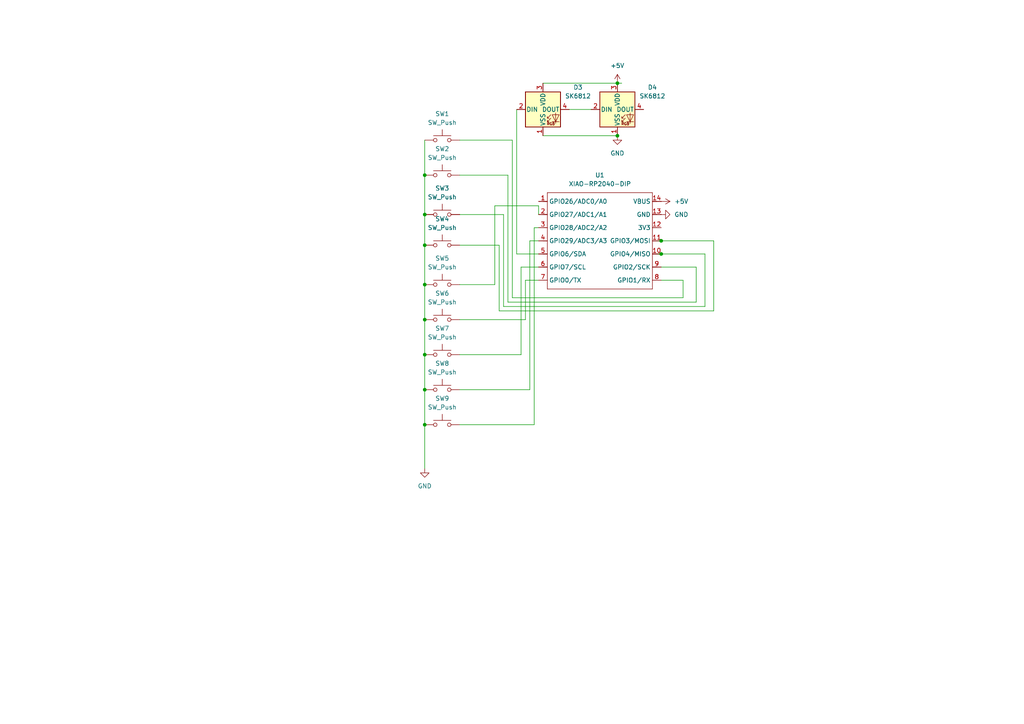
<source format=kicad_sch>
(kicad_sch (version 20250114) (generator "eeschema") (generator_version "9.0")
  (paper "A4")
  (lib_symbols
    (symbol "LED:SK6812" (pin_names (offset 0.254))
      (property "Reference" "D" (at 5.08 5.715 0))
      (property "Value" "SK6812" (at 1.27 -5.715 0))
      (symbol "SK6812_0_0"
        (text "RGB" (at 2.286 -4.191 0) (effects (font (size 0.762 0.762))))
      )
      (symbol "SK6812_0_1"
        (polyline (pts (xy 1.27 -2.54) (xy 1.778 -2.54)))
        (polyline (pts (xy 1.27 -3.556) (xy 1.778 -3.556)))
        (polyline (pts (xy 2.286 -1.524) (xy 1.27 -2.54) (xy 1.27 -2.032)))
        (polyline (pts (xy 2.286 -2.54) (xy 1.27 -3.556) (xy 1.27 -3.048)))
        (polyline (pts (xy 3.683 -1.016) (xy 3.683 -3.556) (xy 3.683 -4.064)))
        (polyline (pts (xy 4.699 -1.524) (xy 2.667 -1.524) (xy 3.683 -3.556) (xy 4.699 -1.524)))
        (polyline (pts (xy 4.699 -3.556) (xy 2.667 -3.556)))
        (rectangle (start 5.08 5.08) (end -5.08 -5.08) (stroke (width 0.254)) (fill (type background)))
      )
      (symbol "SK6812_1_1"
        (pin input line (at -7.62 0 0) (length 2.54) (name "DIN") (number "2"))
        (pin power_in line (at 0 7.62 270) (length 2.54) (name "VDD") (number "3"))
        (pin power_in line (at 0 -7.62 90) (length 2.54) (name "VSS") (number "1"))
        (pin output line (at 7.62 0 180) (length 2.54) (name "DOUT") (number "4"))
      )
    )
    (symbol "OPL:XIAO-RP2040-DIP"
      (property "Reference" "U" (at 0 0 0))
      (property "Value" "XIAO-RP2040-DIP" (at 5.334 -1.778 0))
      (symbol "XIAO-RP2040-DIP_1_0"
        (polyline (pts (xy -1.27 -2.54) (xy 29.21 -2.54)) (stroke (width 0.1524)))
        (polyline (pts (xy -1.27 -5.08) (xy -2.54 -5.08)) (stroke (width 0.1524)))
        (polyline (pts (xy -1.27 -5.08) (xy -1.27 -2.54)) (stroke (width 0.1524)))
        (polyline (pts (xy -1.27 -8.89) (xy -2.54 -8.89)) (stroke (width 0.1524)))
        (polyline (pts (xy -1.27 -8.89) (xy -1.27 -5.08)) (stroke (width 0.1524)))
        (polyline (pts (xy -1.27 -12.7) (xy -2.54 -12.7)) (stroke (width 0.1524)))
        (polyline (pts (xy -1.27 -12.7) (xy -1.27 -8.89)) (stroke (width 0.1524)))
        (polyline (pts (xy -1.27 -16.51) (xy -2.54 -16.51)) (stroke (width 0.1524)))
        (polyline (pts (xy -1.27 -16.51) (xy -1.27 -12.7)) (stroke (width 0.1524)))
        (polyline (pts (xy -1.27 -20.32) (xy -2.54 -20.32)) (stroke (width 0.1524)))
        (polyline (pts (xy -1.27 -24.13) (xy -2.54 -24.13)) (stroke (width 0.1524)))
        (polyline (pts (xy -1.27 -27.94) (xy -2.54 -27.94)) (stroke (width 0.1524)))
        (polyline (pts (xy -1.27 -30.48) (xy -1.27 -16.51)) (stroke (width 0.1524)))
        (polyline (pts (xy 29.21 -2.54) (xy 29.21 -5.08)) (stroke (width 0.1524)))
        (polyline (pts (xy 29.21 -5.08) (xy 29.21 -8.89)) (stroke (width 0.1524)))
        (polyline (pts (xy 29.21 -8.89) (xy 29.21 -12.7)) (stroke (width 0.1524)))
        (polyline (pts (xy 29.21 -12.7) (xy 29.21 -30.48)) (stroke (width 0.1524)))
        (polyline (pts (xy 29.21 -30.48) (xy -1.27 -30.48)) (stroke (width 0.1524)))
        (polyline (pts (xy 30.48 -5.08) (xy 29.21 -5.08)) (stroke (width 0.1524)))
        (polyline (pts (xy 30.48 -8.89) (xy 29.21 -8.89)) (stroke (width 0.1524)))
        (polyline (pts (xy 30.48 -12.7) (xy 29.21 -12.7)) (stroke (width 0.1524)))
        (polyline (pts (xy 30.48 -16.51) (xy 29.21 -16.51)) (stroke (width 0.1524)))
        (polyline (pts (xy 30.48 -20.32) (xy 29.21 -20.32)) (stroke (width 0.1524)))
        (polyline (pts (xy 30.48 -24.13) (xy 29.21 -24.13)) (stroke (width 0.1524)))
        (polyline (pts (xy 30.48 -27.94) (xy 29.21 -27.94)) (stroke (width 0.1524)))
        (pin passive line (at -3.81 -5.08 0) (length 2.54) (name "GPIO26/ADC0/A0") (number "1"))
        (pin passive line (at -3.81 -8.89 0) (length 2.54) (name "GPIO27/ADC1/A1") (number "2"))
        (pin passive line (at -3.81 -12.7 0) (length 2.54) (name "GPIO28/ADC2/A2") (number "3"))
        (pin passive line (at -3.81 -16.51 0) (length 2.54) (name "GPIO29/ADC3/A3") (number "4"))
        (pin passive line (at -3.81 -20.32 0) (length 2.54) (name "GPIO6/SDA") (number "5"))
        (pin passive line (at -3.81 -24.13 0) (length 2.54) (name "GPIO7/SCL") (number "6"))
        (pin passive line (at -3.81 -27.94 0) (length 2.54) (name "GPIO0/TX") (number "7"))
        (pin passive line (at 31.75 -5.08 180) (length 2.54) (name "VBUS") (number "14"))
        (pin passive line (at 31.75 -8.89 180) (length 2.54) (name "GND") (number "13"))
        (pin passive line (at 31.75 -12.7 180) (length 2.54) (name "3V3") (number "12"))
        (pin passive line (at 31.75 -16.51 180) (length 2.54) (name "GPIO3/MOSI") (number "11"))
        (pin passive line (at 31.75 -20.32 180) (length 2.54) (name "GPIO4/MISO") (number "10"))
        (pin passive line (at 31.75 -24.13 180) (length 2.54) (name "GPIO2/SCK") (number "9"))
        (pin passive line (at 31.75 -27.94 180) (length 2.54) (name "GPIO1/RX") (number "8"))
      )
    )
    (symbol "Switch:SW_Push" (pin_numbers (hide yes)) (pin_names (offset 1.016) (hide yes))
      (property "Reference" "SW" (at 1.27 2.54 0))
      (property "Value" "SW_Push" (at 0 -1.524 0))
      (symbol "SW_Push_0_1"
        (circle (center -2.032 0) (radius 0.508))
        (polyline (pts (xy 0 1.27) (xy 0 3.048)))
        (circle (center 2.032 0) (radius 0.508))
        (polyline (pts (xy 2.54 1.27) (xy -2.54 1.27)))
        (pin passive line (at -5.08 0 0) (length 2.54) (name "1") (number "1"))
        (pin passive line (at 5.08 0 180) (length 2.54) (name "2") (number "2"))
      )
    )
    (symbol "power:+5V" (power) (pin_numbers (hide yes)) (pin_names (offset 0) (hide yes))
      (property "Value" "+5V" (at 0 3.556 0))
      (symbol "+5V_0_1"
        (polyline (pts (xy -0.762 1.27) (xy 0 2.54)))
        (polyline (pts (xy 0 2.54) (xy 0.762 1.27)))
        (polyline (pts (xy 0 0) (xy 0 2.54)))
      )
      (symbol "+5V_1_1"
        (pin power_in line (at 0 0 90) (length 0) (name "~") (number "1"))
      )
    )
    (symbol "power:GND" (power) (pin_numbers (hide yes)) (pin_names (offset 0) (hide yes))
      (property "Value" "GND" (at 0 -3.81 0))
      (symbol "GND_0_1"
        (polyline (pts (xy 0 0) (xy 0 -1.27) (xy 1.27 -1.27) (xy 0 -2.54) (xy -1.27 -1.27) (xy 0 -1.27)))
      )
      (symbol "GND_1_1"
        (pin power_in line (at 0 0 270) (length 0) (name "~") (number "1"))
      )
    )
  )
  (junction (at 123.19 62.23))
  (junction (at 123.19 113.03))
  (junction (at 123.19 102.87))
  (junction (at 179.07 39.37))
  (junction (at 123.19 123.19))
  (junction (at 123.19 82.55))
  (junction (at 123.19 50.8))
  (junction (at 191.77 73.66))
  (junction (at 191.77 69.85))
  (junction (at 123.19 71.12))
  (junction (at 179.07 24.13))
  (junction (at 123.19 92.71))
  (wire (pts (xy 146.05 62.23) (xy 146.05 88.9)))
  (wire (pts (xy 179.07 24.13) (xy 180.34 24.13)))
  (wire (pts (xy 198.12 81.28) (xy 191.77 81.28)))
  (wire (pts (xy 144.78 71.12) (xy 133.35 71.12)))
  (wire (pts (xy 133.35 50.8) (xy 147.32 50.8)))
  (wire (pts (xy 123.19 82.55) (xy 123.19 92.71)))
  (wire (pts (xy 191.77 73.66) (xy 204.47 73.66)))
  (wire (pts (xy 133.35 123.19) (xy 154.94 123.19)))
  (wire (pts (xy 201.93 77.47) (xy 191.77 77.47)))
  (wire (pts (xy 157.48 24.13) (xy 179.07 24.13)))
  (wire (pts (xy 133.35 102.87) (xy 151.13 102.87)))
  (wire (pts (xy 201.93 87.63) (xy 201.93 77.47)))
  (wire (pts (xy 123.19 50.8) (xy 123.19 62.23)))
  (wire (pts (xy 204.47 88.9) (xy 204.47 73.66)))
  (wire (pts (xy 149.86 31.75) (xy 149.86 73.66)))
  (wire (pts (xy 157.48 39.37) (xy 179.07 39.37)))
  (wire (pts (xy 143.51 59.69) (xy 156.21 59.69)))
  (wire (pts (xy 148.59 86.36) (xy 198.12 86.36)))
  (wire (pts (xy 147.32 87.63) (xy 201.93 87.63)))
  (wire (pts (xy 153.67 69.85) (xy 156.21 69.85)))
  (wire (pts (xy 123.19 92.71) (xy 123.19 102.87)))
  (wire (pts (xy 207.01 90.17) (xy 207.01 69.85)))
  (wire (pts (xy 198.12 86.36) (xy 198.12 81.28)))
  (wire (pts (xy 144.78 90.17) (xy 207.01 90.17)))
  (wire (pts (xy 144.78 71.12) (xy 144.78 90.17)))
  (wire (pts (xy 151.13 102.87) (xy 151.13 77.47)))
  (wire (pts (xy 146.05 88.9) (xy 204.47 88.9)))
  (wire (pts (xy 133.35 113.03) (xy 153.67 113.03)))
  (wire (pts (xy 190.5 73.66) (xy 191.77 73.66)))
  (wire (pts (xy 152.4 81.28) (xy 156.21 81.28)))
  (wire (pts (xy 148.59 40.64) (xy 148.59 86.36)))
  (wire (pts (xy 143.51 82.55) (xy 143.51 59.69)))
  (wire (pts (xy 154.94 123.19) (xy 154.94 66.04)))
  (wire (pts (xy 191.77 69.85) (xy 207.01 69.85)))
  (wire (pts (xy 133.35 92.71) (xy 152.4 92.71)))
  (wire (pts (xy 154.94 66.04) (xy 156.21 66.04)))
  (wire (pts (xy 123.19 102.87) (xy 123.19 113.03)))
  (wire (pts (xy 123.19 113.03) (xy 123.19 123.19)))
  (wire (pts (xy 133.35 62.23) (xy 146.05 62.23)))
  (wire (pts (xy 156.21 59.69) (xy 156.21 62.23)))
  (wire (pts (xy 190.5 69.85) (xy 191.77 69.85)))
  (wire (pts (xy 153.67 113.03) (xy 153.67 69.85)))
  (wire (pts (xy 123.19 123.19) (xy 123.19 135.89)))
  (wire (pts (xy 149.86 73.66) (xy 156.21 73.66)))
  (wire (pts (xy 151.13 77.47) (xy 156.21 77.47)))
  (wire (pts (xy 147.32 50.8) (xy 147.32 87.63)))
  (wire (pts (xy 123.19 40.64) (xy 123.19 50.8)))
  (wire (pts (xy 133.35 40.64) (xy 148.59 40.64)))
  (wire (pts (xy 133.35 82.55) (xy 143.51 82.55)))
  (wire (pts (xy 123.19 71.12) (xy 123.19 82.55)))
  (wire (pts (xy 165.1 31.75) (xy 171.45 31.75)))
  (wire (pts (xy 123.19 62.23) (xy 123.19 71.12)))
  (wire (pts (xy 152.4 92.71) (xy 152.4 81.28)))
  (symbol (lib_id "Switch:SW_Push") (at 128.27 40.64 0) (unit 1)
    (property "Reference" "SW1" (at 128.27 33.02 0))
    (property "Value" "SW_Push" (at 128.27 35.56 0))
    (property "Footprint" "Button_Switch_Keyboard:SW_Cherry_MX_1.00u_PCB" (effects (hide yes)))
    (property "Description" "Push button switch, generic, two pins" (effects (hide yes)))
  )
  (symbol (lib_id "LED:SK6812") (at 179.07 31.75 0) (unit 1)
    (property "Reference" "D4" (at 189.23 25.3298 0))
    (property "Value" "SK6812" (at 189.23 27.8698 0))
    (property "Footprint" "LED_SMD:LED_SK6812MINI_PLCC4_3.5x3.5mm_P1.75mm" (effects (hide yes)))
    (property "Datasheet" "https://cdn-shop.adafruit.com/product-files/1138/SK6812+LED+datasheet+.pdf" (effects (hide yes)))
    (property "Description" "RGB LED with integrated controller" (effects (hide yes)))
  )
  (symbol (lib_id "power:GND") (at 179.07 39.37 0) (unit 1)
    (property "Reference" "#PWR01" (effects (hide yes)))
    (property "Value" "GND" (at 179.07 44.45 0))
    (property "Description" "Power symbol creates a global label with name \"GND\" , ground" (effects (hide yes)))
  )
  (symbol (lib_id "Switch:SW_Push") (at 128.27 113.03 0) (unit 1)
    (property "Reference" "SW8" (at 128.27 105.41 0))
    (property "Value" "SW_Push" (at 128.27 107.95 0))
    (property "Footprint" "Button_Switch_Keyboard:SW_Cherry_MX_1.00u_PCB" (effects (hide yes)))
    (property "Description" "Push button switch, generic, two pins" (effects (hide yes)))
  )
  (symbol (lib_id "Switch:SW_Push") (at 128.27 50.8 0) (unit 1)
    (property "Reference" "SW2" (at 128.27 43.18 0))
    (property "Value" "SW_Push" (at 128.27 45.72 0))
    (property "Footprint" "Button_Switch_Keyboard:SW_Cherry_MX_1.00u_PCB" (effects (hide yes)))
    (property "Description" "Push button switch, generic, two pins" (effects (hide yes)))
  )
  (symbol (lib_id "Switch:SW_Push") (at 128.27 62.23 0) (unit 1)
    (property "Reference" "SW3" (at 128.27 54.61 0))
    (property "Value" "SW_Push" (at 128.27 57.15 0))
    (property "Footprint" "Button_Switch_Keyboard:SW_Cherry_MX_1.00u_PCB" (effects (hide yes)))
    (property "Description" "Push button switch, generic, two pins" (effects (hide yes)))
  )
  (symbol (lib_id "power:GND") (at 191.77 62.23 90) (unit 1)
    (property "Reference" "#PWR03" (effects (hide yes)))
    (property "Value" "GND" (at 195.58 62.2299 90) (effects (justify right)))
    (property "Description" "Power symbol creates a global label with name \"GND\" , ground" (effects (hide yes)))
  )
  (symbol (lib_id "power:GND") (at 123.19 135.89 0) (unit 1)
    (property "Reference" "#PWR02" (effects (hide yes)))
    (property "Value" "GND" (at 123.19 140.97 0))
    (property "Description" "Power symbol creates a global label with name \"GND\" , ground" (effects (hide yes)))
  )
  (symbol (lib_id "Switch:SW_Push") (at 128.27 102.87 0) (unit 1)
    (property "Reference" "SW7" (at 128.27 95.25 0))
    (property "Value" "SW_Push" (at 128.27 97.79 0))
    (property "Footprint" "Button_Switch_Keyboard:SW_Cherry_MX_1.00u_PCB" (effects (hide yes)))
    (property "Description" "Push button switch, generic, two pins" (effects (hide yes)))
  )
  (symbol (lib_id "Switch:SW_Push") (at 128.27 92.71 0) (unit 1)
    (property "Reference" "SW6" (at 128.27 85.09 0))
    (property "Value" "SW_Push" (at 128.27 87.63 0))
    (property "Footprint" "Button_Switch_Keyboard:SW_Cherry_MX_1.00u_PCB" (effects (hide yes)))
    (property "Description" "Push button switch, generic, two pins" (effects (hide yes)))
  )
  (symbol (lib_id "Switch:SW_Push") (at 128.27 71.12 0) (unit 1)
    (property "Reference" "SW4" (at 128.27 63.5 0))
    (property "Value" "SW_Push" (at 128.27 66.04 0))
    (property "Footprint" "Button_Switch_Keyboard:SW_Cherry_MX_1.00u_PCB" (effects (hide yes)))
    (property "Description" "Push button switch, generic, two pins" (effects (hide yes)))
  )
  (symbol (lib_id "LED:SK6812") (at 157.48 31.75 0) (unit 1)
    (property "Reference" "D3" (at 167.64 25.3298 0))
    (property "Value" "SK6812" (at 167.64 27.8698 0))
    (property "Footprint" "LED_SMD:LED_SK6812MINI_PLCC4_3.5x3.5mm_P1.75mm" (effects (hide yes)))
    (property "Datasheet" "https://cdn-shop.adafruit.com/product-files/1138/SK6812+LED+datasheet+.pdf" (effects (hide yes)))
    (property "Description" "RGB LED with integrated controller" (effects (hide yes)))
  )
  (symbol (lib_id "OPL:XIAO-RP2040-DIP") (at 160.02 53.34 0) (unit 1)
    (property "Reference" "U1" (at 173.99 50.8 0))
    (property "Value" "XIAO-RP2040-DIP" (at 173.99 53.34 0))
    (property "Footprint" "OPL:XIAO-RP2040-DIP" (effects (hide yes)))
  )
  (symbol (lib_id "power:+5V") (at 179.07 24.13 0) (unit 1)
    (property "Reference" "#PWR05" (effects (hide yes)))
    (property "Value" "+5V" (at 179.07 19.05 0))
    (property "Description" "Power symbol creates a global label with name \"+5V\"" (effects (hide yes)))
  )
  (symbol (lib_id "Switch:SW_Push") (at 128.27 123.19 0) (unit 1)
    (property "Reference" "SW9" (at 128.27 115.57 0))
    (property "Value" "SW_Push" (at 128.27 118.11 0))
    (property "Footprint" "Button_Switch_Keyboard:SW_Cherry_MX_1.00u_PCB" (effects (hide yes)))
    (property "Description" "Push button switch, generic, two pins" (effects (hide yes)))
  )
  (symbol (lib_id "power:+5V") (at 191.77 58.42 270) (unit 1)
    (property "Reference" "#PWR04" (effects (hide yes)))
    (property "Value" "+5V" (at 195.58 58.4199 90) (effects (justify left)))
    (property "Description" "Power symbol creates a global label with name \"+5V\"" (effects (hide yes)))
  )
  (symbol (lib_id "Switch:SW_Push") (at 128.27 82.55 0) (unit 1)
    (property "Reference" "SW5" (at 128.27 74.93 0))
    (property "Value" "SW_Push" (at 128.27 77.47 0))
    (property "Footprint" "Button_Switch_Keyboard:SW_Cherry_MX_1.00u_PCB" (effects (hide yes)))
    (property "Description" "Push button switch, generic, two pins" (effects (hide yes)))
  )
)
</source>
